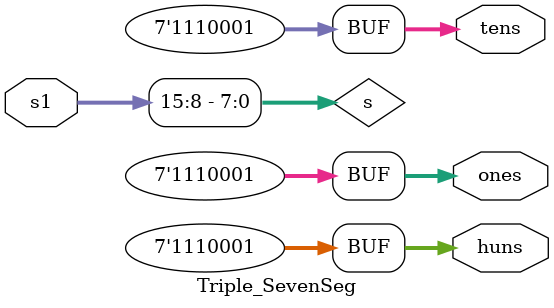
<source format=v>
/*This module displays a three digit number, 
usually the counts from one (or both) of the 
PMTs for debugging communication issues.*/
module Triple_SevenSeg(s1, huns, tens, ones);


input wire [15:0] s1;
output reg [6:0] huns;
output reg [6:0] tens;
output reg [6:0] ones;

reg [7:0] hunsbcd;
reg [7:0] tensbcd;
reg [7:0] onesbcd;
reg [7:0] s;

always@ (s1)

begin
s=s1[15:8]; 
onesbcd <= s % 100 % 10;
tensbcd <= s % 100 /10;
hunsbcd <= s /100;

case (onesbcd)

8'h0: ones = 7'b1000000; // 6,5,4,3,2,1,0 
8'h1: ones = 7'b1111001;
8'h2: ones = 7'b0100100;
8'h3: ones = 7'b0110000;
8'h4: ones = 7'b0011001;
8'h5: ones = 7'b0010010;
8'h6: ones = 7'b0000010;
8'h7: ones = 7'b1111000;
8'h8: ones = 7'b0000000;
8'h9: ones = 7'b0011000;
default: ones=7'b1110001;
endcase


case (tensbcd)

8'h0: tens = 7'b1000000;
8'h1: tens = 7'b1111001;
8'h2: tens = 7'b0100100;
8'h3: tens = 7'b0110000;
8'h4: tens = 7'b0011001;
8'h5: tens = 7'b0010010;
8'h6: tens = 7'b0000010;
8'h7: tens = 7'b1111000;
8'h8: tens = 7'b0000000;
8'h9: tens = 7'b0011000;
default: tens=7'b1110001;
endcase

case (hunsbcd)

8'h0: huns = 7'b1000000;
8'h1: huns = 7'b1111001;
8'h2: huns = 7'b0100100;
8'h3: huns = 7'b0110000;
8'h4: huns = 7'b0011001;
8'h5: huns = 7'b0010010;
8'h6: huns = 7'b0000010;
8'h7: huns = 7'b1111000;
8'h8: huns = 7'b0000000;
8'h9: huns = 7'b0011000;
default: huns=7'b1110001;
endcase
end

endmodule 
</source>
